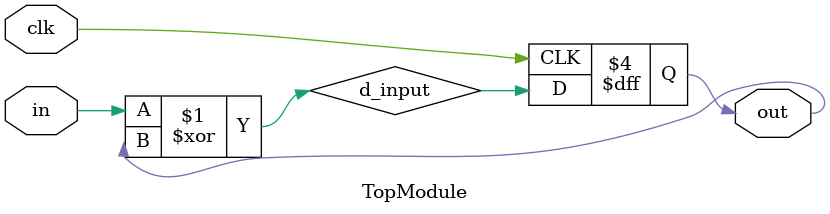
<source format=sv>

module TopModule (
  input clk,
  input in,
  output logic out
);
  logic d_input;
  
  assign d_input = in ^ out;
  
  always_ff @(posedge clk) begin
    out <= d_input;
  end
  
  // Initialize output to 0 at time 0
  initial begin
    out = 1'b0;
  end
endmodule

</source>
